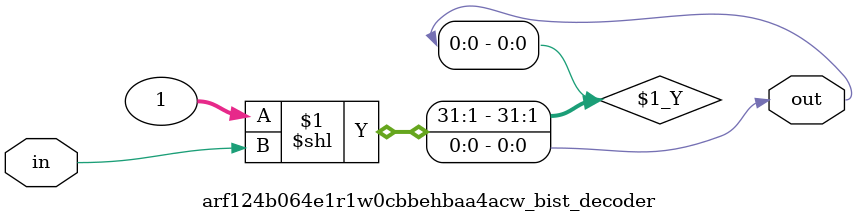
<source format=sv>

`ifndef ARF124B064E1R1W0CBBEHBAA4ACW_BIST_DECODER_SV
`define ARF124B064E1R1W0CBBEHBAA4ACW_BIST_DECODER_SV

module arf124b064e1r1w0cbbehbaa4acw_bist_decoder # (
  parameter IN_WIDTH  = 1,
  parameter OUT_WIDTH = 1
)
(
  input  logic [IN_WIDTH-1:0]  in,
  output logic [OUT_WIDTH-1:0] out
);
  
  assign out = 'b1 << in;

endmodule // arf124b064e1r1w0cbbehbaa4acw_bist_decoder

`endif // ARF124B064E1R1W0CBBEHBAA4ACW_BIST_DECODER_SV
</source>
